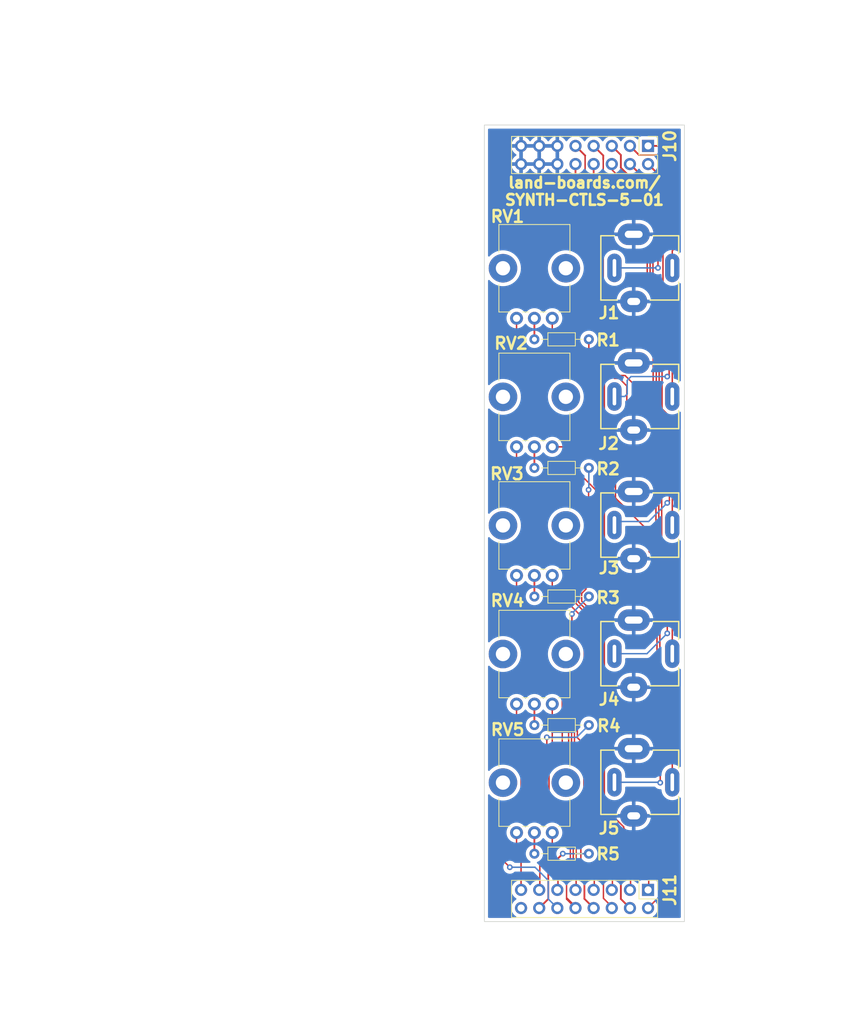
<source format=kicad_pcb>
(kicad_pcb (version 20211014) (generator pcbnew)
  (title_block (title "SYNTH-MIXER6-01") (date "2022-09-30") (rev "1") (company "LAND BOARDS, LLC"))
  (layers (0 "F.Cu" signal) (31 "B.Cu" signal) (34 "B.Paste" user) (35 "F.Paste" user) (36 "B.SilkS" user "B.Silkscreen") (37 "F.SilkS" user "F.Silkscreen") (38 "B.Mask" user) (39 "F.Mask" user) (44 "Edge.Cuts" user))
  (net 0 "")
  (net 1 "/VI_1")
  (net 2 "/VI_2")
  (net 3 "/VI_3")
  (net 4 "/VI_4")
  (net 5 "/VI_5")
  (net 6 "GND")
  (net 7 "/VI_1S")
  (net 8 "/VI_2S")
  (net 9 "/VI_3S")
  (net 10 "/VI_4S")
  (net 11 "/VI_5S")
  (net 13 "/POTCCW_1")
  (net 14 "/POTCW_1")
  (net 15 "/POTCCW_2")
  (net 16 "/POTCW_2")
  (net 17 "/POTW_2")
  (net 18 "/POTW_1")
  (net 19 "/POTCCW_3")
  (net 20 "/POTCW_3")
  (net 21 "/POTCCW_4")
  (net 22 "/POTCW_4")
  (net 23 "/POTCCW_5")
  (net 24 "/POTCW_5")
  (net 25 "/POTW_3")
  (net 26 "/POTW_4")
  (net 27 "/POTW_5")
  (net 28 "Net-(R1-Pad1)")
  (net 29 "Net-(R2-Pad1)")
  (net 30 "Net-(R3-Pad1)")
  (net 31 "Net-(R4-Pad1)")
  (net 32 "Net-(R5-Pad1)")
  (footprint "Potentiometer_THT:Potentiometer_Bourns_PTV09A-1_Single_Vertical" (layer "F.Cu") (at 108 89.55 90)
    (fp_text reference "RV4" (at 14.4676 -6.273 180) (layer "F.SilkS") (effects (font (size 1.651 1.651) (thickness 0.34925))))
    (fp_text value "10K")
    (fp_line (start 0.88 -7.47) (end 4.745 -7.47) (layer "F.SilkS") (width 0.12))
    (fp_line (start 0.88 0.87) (end 0.88 2.47) (layer "F.SilkS") (width 0.12))
    (fp_line (start 0.88 -4.129) (end 0.88 -3.37) (layer "F.SilkS") (width 0.12))
    (fp_line (start 9.255 2.47) (end 13.12 2.47) (layer "F.SilkS") (width 0.12))
    (fp_line (start 13.12 -7.47) (end 13.12 2.47) (layer "F.SilkS") (width 0.12))
    (fp_line (start 0.88 -7.47) (end 0.88 -5.871) (layer "F.SilkS") (width 0.12))
    (fp_line (start 0.88 -1.629) (end 0.88 -0.87) (layer "F.SilkS") (width 0.12))
    (fp_line (start 9.255 -7.47) (end 13.12 -7.47) (layer "F.SilkS") (width 0.12))
    (fp_line (start 0.88 2.47) (end 4.745 2.47) (layer "F.SilkS") (width 0.12))
    (pad "" np_thru_hole circle (at 7 1.9 90) (size 4 4) (drill 2) (layers *.Cu *.Mask))
    (pad "" np_thru_hole circle (at 7 -6.9 90) (size 4 4) (drill 2) (layers *.Cu *.Mask))
    (pad "1" thru_hole circle (at 0 0 90) (size 1.8 1.8) (drill 1) (layers *.Cu *.Mask) (net 22 "/POTCW_4"))
    (pad "2" thru_hole circle (at 0 -2.5 90) (size 1.8 1.8) (drill 1) (layers *.Cu *.Mask) (net 31 "Net-(R4-Pad1)"))
    (pad "3" thru_hole circle (at 0 -5 90) (size 1.8 1.8) (drill 1) (layers *.Cu *.Mask) (net 21 "/POTCCW_4"))
  )
  (footprint "Resistor_THT:R_Axial_DIN0204_L3.6mm_D1.6mm_P7.62mm_Horizontal" (layer "F.Cu") (at 105.5 92.5)
    (fp_text reference "R4" (at 10.4256 0.1084) (layer "F.SilkS") (effects (font (size 1.651 1.651) (thickness 0.34925))))
    (fp_text value "100K")
    (fp_line (start 5.73 -0.92) (end 1.89 -0.92) (layer "F.SilkS") (width 0.12))
    (fp_line (start 1.89 0.92) (end 5.73 0.92) (layer "F.SilkS") (width 0.12))
    (fp_line (start 5.73 0.92) (end 5.73 -0.92) (layer "F.SilkS") (width 0.12))
    (fp_line (start 1.89 -0.92) (end 1.89 0.92) (layer "F.SilkS") (width 0.12))
    (fp_line (start 0.94 0) (end 1.89 0) (layer "F.SilkS") (width 0.12))
    (fp_line (start 6.68 0) (end 5.73 0) (layer "F.SilkS") (width 0.12))
    (pad "1" thru_hole circle (at 0 0) (size 1.4 1.4) (drill 0.7) (layers *.Cu *.Mask) (net 31 "Net-(R4-Pad1)"))
    (pad "2" thru_hole oval (at 7.62 0) (size 1.4 1.4) (drill 0.7) (layers *.Cu *.Mask) (net 26 "/POTW_4"))
  )
  (footprint "Potentiometer_THT:Potentiometer_Bourns_PTV09A-1_Single_Vertical" (layer "F.Cu") (at 108 53.55 90)
    (fp_text reference "RV2" (at 14.4848 -5.765 180) (layer "F.SilkS") (effects (font (size 1.651 1.651) (thickness 0.34925))))
    (fp_text value "10K")
    (fp_line (start 0.88 0.87) (end 0.88 2.47) (layer "F.SilkS") (width 0.12))
    (fp_line (start 0.88 -1.629) (end 0.88 -0.87) (layer "F.SilkS") (width 0.12))
    (fp_line (start 9.255 2.47) (end 13.12 2.47) (layer "F.SilkS") (width 0.12))
    (fp_line (start 0.88 -7.47) (end 4.745 -7.47) (layer "F.SilkS") (width 0.12))
    (fp_line (start 13.12 -7.47) (end 13.12 2.47) (layer "F.SilkS") (width 0.12))
    (fp_line (start 0.88 -7.47) (end 0.88 -5.871) (layer "F.SilkS") (width 0.12))
    (fp_line (start 0.88 -4.129) (end 0.88 -3.37) (layer "F.SilkS") (width 0.12))
    (fp_line (start 9.255 -7.47) (end 13.12 -7.47) (layer "F.SilkS") (width 0.12))
    (fp_line (start 0.88 2.47) (end 4.745 2.47) (layer "F.SilkS") (width 0.12))
    (pad "" np_thru_hole circle (at 7 -6.9 90) (size 4 4) (drill 2) (layers *.Cu *.Mask))
    (pad "" np_thru_hole circle (at 7 1.9 90) (size 4 4) (drill 2) (layers *.Cu *.Mask))
    (pad "1" thru_hole circle (at 0 0 90) (size 1.8 1.8) (drill 1) (layers *.Cu *.Mask) (net 16 "/POTCW_2"))
    (pad "2" thru_hole circle (at 0 -2.5 90) (size 1.8 1.8) (drill 1) (layers *.Cu *.Mask) (net 29 "Net-(R2-Pad1)"))
    (pad "3" thru_hole circle (at 0 -5 90) (size 1.8 1.8) (drill 1) (layers *.Cu *.Mask) (net 15 "/POTCCW_2"))
  )
  (footprint "Potentiometer_THT:Potentiometer_Bourns_PTV09A-1_Single_Vertical" (layer "F.Cu") (at 108 107.55 90)
    (fp_text reference "RV5" (at 14.4082 -6.2476 180) (layer "F.SilkS") (effects (font (size 1.651 1.651) (thickness 0.34925))))
    (fp_text value "10K")
    (fp_line (start 0.88 -7.47) (end 4.745 -7.47) (layer "F.SilkS") (width 0.12))
    (fp_line (start 9.255 2.47) (end 13.12 2.47) (layer "F.SilkS") (width 0.12))
    (fp_line (start 9.255 -7.47) (end 13.12 -7.47) (layer "F.SilkS") (width 0.12))
    (fp_line (start 0.88 0.87) (end 0.88 2.47) (layer "F.SilkS") (width 0.12))
    (fp_line (start 13.12 -7.47) (end 13.12 2.47) (layer "F.SilkS") (width 0.12))
    (fp_line (start 0.88 -7.47) (end 0.88 -5.871) (layer "F.SilkS") (width 0.12))
    (fp_line (start 0.88 -4.129) (end 0.88 -3.37) (layer "F.SilkS") (width 0.12))
    (fp_line (start 0.88 2.47) (end 4.745 2.47) (layer "F.SilkS") (width 0.12))
    (fp_line (start 0.88 -1.629) (end 0.88 -0.87) (layer "F.SilkS") (width 0.12))
    (pad "" np_thru_hole circle (at 7 -6.9 90) (size 4 4) (drill 2) (layers *.Cu *.Mask))
    (pad "" np_thru_hole circle (at 7 1.9 90) (size 4 4) (drill 2) (layers *.Cu *.Mask))
    (pad "1" thru_hole circle (at 0 0 90) (size 1.8 1.8) (drill 1) (layers *.Cu *.Mask) (net 24 "/POTCW_5"))
    (pad "2" thru_hole circle (at 0 -2.5 90) (size 1.8 1.8) (drill 1) (layers *.Cu *.Mask) (net 32 "Net-(R5-Pad1)"))
    (pad "3" thru_hole circle (at 0 -5 90) (size 1.8 1.8) (drill 1) (layers *.Cu *.Mask) (net 23 "/POTCCW_5"))
  )
  (footprint "AudioJacks:Jack_3.5mm_QingPu_WQP-PJ301BM_Vertical" (layer "F.Cu") (at 120 82.5 -90)
    (fp_text reference "J4" (at 6.4 4.05 180) (layer "F.SilkS") (effects (font (size 1.651 1.651) (thickness 0.34925))))
    (fp_text value "PJ-301BM")
    (fp_line (start 4.5 -5.7) (end 2 -5.7) (layer "F.SilkS") (width 0.2))
    (fp_line (start -4.5 5.2) (end -4.5 3.3) (layer "F.SilkS") (width 0.2))
    (fp_line (start -4.5 -5.7) (end -2 -5.7) (layer "F.SilkS") (width 0.2))
    (fp_line (start 4.5 -5.7) (end 4.5 -1.7) (layer "F.SilkS") (width 0.2))
    (fp_line (start -4.5 -5.7) (end -4.5 -2.1) (layer "F.SilkS") (width 0.2))
    (fp_line (start 4.5 5.2) (end 4.5 2.9) (layer "F.SilkS") (width 0.2))
    (fp_line (start -4.5 5.2) (end 4.5 5.2) (layer "F.SilkS") (width 0.2))
    (pad "S" thru_hole oval locked (at -4.7 0.6) (size 4.5 3) (drill oval 2.5 1) (layers *.Cu *.Mask) (net 6 "GND"))
    (pad "S" thru_hole oval locked (at 4.7 0.6) (size 3.8 3) (drill oval 1.8 1) (layers *.Cu *.Mask) (net 6 "GND"))
    (pad "T" thru_hole oval locked (at 0 -4.8 270) (size 4 2) (drill oval 2.5 0.5) (layers *.Cu *.Mask) (net 4 "/VI_4"))
    (pad "TN" thru_hole oval locked (at 0 3.3 270) (size 4 2) (drill oval 2.5 0.5) (layers *.Cu *.Mask) (net 10 "/VI_4S"))
  )
  (footprint "AudioJacks:Jack_3.5mm_QingPu_WQP-PJ301BM_Vertical" (layer "F.Cu") (at 120 100.5 -90)
    (fp_text reference "J5" (at 6.434 4.05 180) (layer "F.SilkS") (effects (font (size 1.651 1.651) (thickness 0.34925))))
    (fp_text value "PJ-301BM")
    (fp_line (start -4.5 5.2) (end 4.5 5.2) (layer "F.SilkS") (width 0.2))
    (fp_line (start -4.5 -5.7) (end -4.5 -2.1) (layer "F.SilkS") (width 0.2))
    (fp_line (start 4.5 5.2) (end 4.5 2.9) (layer "F.SilkS") (width 0.2))
    (fp_line (start 4.5 -5.7) (end 2 -5.7) (layer "F.SilkS") (width 0.2))
    (fp_line (start 4.5 -5.7) (end 4.5 -1.7) (layer "F.SilkS") (width 0.2))
    (fp_line (start -4.5 5.2) (end -4.5 3.3) (layer "F.SilkS") (width 0.2))
    (fp_line (start -4.5 -5.7) (end -2 -5.7) (layer "F.SilkS") (width 0.2))
    (pad "S" thru_hole oval locked (at -4.7 0.6) (size 4.5 3) (drill oval 2.5 1) (layers *.Cu *.Mask) (net 6 "GND"))
    (pad "S" thru_hole oval locked (at 4.7 0.6) (size 3.8 3) (drill oval 1.8 1) (layers *.Cu *.Mask) (net 6 "GND"))
    (pad "T" thru_hole oval locked (at 0 -4.8 270) (size 4 2) (drill oval 2.5 0.5) (layers *.Cu *.Mask) (net 5 "/VI_5"))
    (pad "TN" thru_hole oval locked (at 0 3.3 270) (size 4 2) (drill oval 2.5 0.5) (layers *.Cu *.Mask) (net 11 "/VI_5S"))
  )
  (footprint "Resistor_THT:R_Axial_DIN0204_L3.6mm_D1.6mm_P7.62mm_Horizontal" (layer "F.Cu") (at 105.5 110.5)
    (fp_text reference "R5" (at 10.324 0.0408) (layer "F.SilkS") (effects (font (size 1.651 1.651) (thickness 0.34925))))
    (fp_text value "100K")
    (fp_line (start 5.73 0.92) (end 5.73 -0.92) (layer "F.SilkS") (width 0.12))
    (fp_line (start 5.73 -0.92) (end 1.89 -0.92) (layer "F.SilkS") (width 0.12))
    (fp_line (start 0.94 0) (end 1.89 0) (layer "F.SilkS") (width 0.12))
    (fp_line (start 1.89 -0.92) (end 1.89 0.92) (layer "F.SilkS") (width 0.12))
    (fp_line (start 6.68 0) (end 5.73 0) (layer "F.SilkS") (width 0.12))
    (fp_line (start 1.89 0.92) (end 5.73 0.92) (layer "F.SilkS") (width 0.12))
    (pad "1" thru_hole circle (at 0 0) (size 1.4 1.4) (drill 0.7) (layers *.Cu *.Mask) (net 32 "Net-(R5-Pad1)"))
    (pad "2" thru_hole oval (at 7.62 0) (size 1.4 1.4) (drill 0.7) (layers *.Cu *.Mask) (net 27 "/POTW_5"))
  )
  (footprint "AudioJacks:Jack_3.5mm_QingPu_WQP-PJ301BM_Vertical" (layer "F.Cu") (at 120 28.5 -90)
    (fp_text reference "J1" (at 6.298 4.05 180) (layer "F.SilkS") (effects (font (size 1.651 1.651) (thickness 0.34925))))
    (fp_text value "PJ-301BM")
    (fp_line (start 4.5 -5.7) (end 2 -5.7) (layer "F.SilkS") (width 0.2))
    (fp_line (start -4.5 -5.7) (end -2 -5.7) (layer "F.SilkS") (width 0.2))
    (fp_line (start -4.5 5.2) (end 4.5 5.2) (layer "F.SilkS") (width 0.2))
    (fp_line (start 4.5 5.2) (end 4.5 2.9) (layer "F.SilkS") (width 0.2))
    (fp_line (start 4.5 -5.7) (end 4.5 -1.7) (layer "F.SilkS") (width 0.2))
    (fp_line (start -4.5 5.2) (end -4.5 3.3) (layer "F.SilkS") (width 0.2))
    (fp_line (start -4.5 -5.7) (end -4.5 -2.1) (layer "F.SilkS") (width 0.2))
    (pad "S" thru_hole oval locked (at -4.7 0.6) (size 4.5 3) (drill oval 2.5 1) (layers *.Cu *.Mask) (net 6 "GND"))
    (pad "S" thru_hole oval locked (at 4.7 0.6) (size 3.8 3) (drill oval 1.8 1) (layers *.Cu *.Mask) (net 6 "GND"))
    (pad "T" thru_hole oval locked (at 0 -4.8 270) (size 4 2) (drill oval 2.5 0.5) (layers *.Cu *.Mask) (net 1 "/VI_1"))
    (pad "TN" thru_hole oval locked (at 0 3.3 270) (size 4 2) (drill oval 2.5 0.5) (layers *.Cu *.Mask) (net 7 "/VI_1S"))
  )
  (footprint "Connector_PinHeader_2.54mm:PinHeader_2x08_P2.54mm_Vertical" (layer "F.Cu") (at 121.412 11.425 -90)
    (fp_text reference "J10" (at 0.005 -3.048 -90) (layer "F.SilkS") (effects (font (size 1.651 1.651) (thickness 0.34925))))
    (fp_text value "HEADER, 2X8")
    (fp_line (start -1.33 1.27) (end -1.33 19.11) (layer "F.SilkS") (width 0.12))
    (fp_line (start -1.33 0) (end -1.33 -1.33) (layer "F.SilkS") (width 0.12))
    (fp_line (start -1.33 19.11) (end 3.87 19.11) (layer "F.SilkS") (width 0.12))
    (fp_line (start -1.33 1.27) (end 1.27 1.27) (layer "F.SilkS") (width 0.12))
    (fp_line (start 1.27 -1.33) (end 3.87 -1.33) (layer "F.SilkS") (width 0.12))
    (fp_line (start 1.27 1.27) (end 1.27 -1.33) (layer "F.SilkS") (width 0.12))
    (fp_line (start -1.33 -1.33) (end 0 -1.33) (layer "F.SilkS") (width 0.12))
    (fp_line (start 3.87 -1.33) (end 3.87 19.11) (layer "F.SilkS") (width 0.12))
    (pad "1" thru_hole rect (at 0 0 270) (size 1.7 1.7) (drill 1) (layers *.Cu *.Mask) (net 1 "/VI_1"))
    (pad "2" thru_hole oval (at 2.54 0 270) (size 1.7 1.7) (drill 1) (layers *.Cu *.Mask) (net 7 "/VI_1S"))
    (pad "3" thru_hole oval (at 0 2.54 270) (size 1.7 1.7) (drill 1) (layers *.Cu *.Mask) (net 2 "/VI_2"))
    (pad "4" thru_hole oval (at 2.54 2.54 270) (size 1.7 1.7) (drill 1) (layers *.Cu *.Mask) (net 8 "/VI_2S"))
    (pad "5" thru_hole oval (at 0 5.08 270) (size 1.7 1.7) (drill 1) (layers *.Cu *.Mask) (net 3 "/VI_3"))
    (pad "6" thru_hole oval (at 2.54 5.08 270) (size 1.7 1.7) (drill 1) (layers *.Cu *.Mask) (net 9 "/VI_3S"))
    (pad "7" thru_hole oval (at 0 7.62 270) (size 1.7 1.7) (drill 1) (layers *.Cu *.Mask) (net 4 "/VI_4"))
    (pad "8" thru_hole oval (at 2.54 7.62 270) (size 1.7 1.7) (drill 1) (layers *.Cu *.Mask) (net 10 "/VI_4S"))
    (pad "9" thru_hole oval (at 0 10.16 270) (size 1.7 1.7) (drill 1) (layers *.Cu *.Mask) (net 5 "/VI_5"))
    (pad "10" thru_hole oval (at 2.54 10.16 270) (size 1.7 1.7) (drill 1) (layers *.Cu *.Mask) (net 11 "/VI_5S"))
    (pad "11" thru_hole oval (at 0 12.7 270) (size 1.7 1.7) (drill 1) (layers *.Cu *.Mask) (net 6 "GND"))
    (pad "12" thru_hole oval (at 2.54 12.7 270) (size 1.7 1.7) (drill 1) (layers *.Cu *.Mask) (net 6 "GND"))
    (pad "13" thru_hole oval (at 0 15.24 270) (size 1.7 1.7) (drill 1) (layers *.Cu *.Mask) (net 6 "GND"))
    (pad "14" thru_hole oval (at 2.54 15.24 270) (size 1.7 1.7) (drill 1) (layers *.Cu *.Mask) (net 6 "GND"))
    (pad "15" thru_hole oval (at 0 17.78 270) (size 1.7 1.7) (drill 1) (layers *.Cu *.Mask) (net 6 "GND"))
    (pad "16" thru_hole oval (at 2.54 17.78 270) (size 1.7 1.7) (drill 1) (layers *.Cu *.Mask) (net 6 "GND"))
  )
  (footprint "Resistor_THT:R_Axial_DIN0204_L3.6mm_D1.6mm_P7.62mm_Horizontal" (layer "F.Cu") (at 105.5 74.5)
    (fp_text reference "R3" (at 10.324 0.176) (layer "F.SilkS") (effects (font (size 1.651 1.651) (thickness 0.34925))))
    (fp_text value "100K")
    (fp_line (start 1.89 -0.92) (end 1.89 0.92) (layer "F.SilkS") (width 0.12))
    (fp_line (start 1.89 0.92) (end 5.73 0.92) (layer "F.SilkS") (width 0.12))
    (fp_line (start 0.94 0) (end 1.89 0) (layer "F.SilkS") (width 0.12))
    (fp_line (start 5.73 0.92) (end 5.73 -0.92) (layer "F.SilkS") (width 0.12))
    (fp_line (start 5.73 -0.92) (end 1.89 -0.92) (layer "F.SilkS") (width 0.12))
    (fp_line (start 6.68 0) (end 5.73 0) (layer "F.SilkS") (width 0.12))
    (pad "1" thru_hole circle (at 0 0) (size 1.4 1.4) (drill 0.7) (layers *.Cu *.Mask) (net 30 "Net-(R3-Pad1)"))
    (pad "2" thru_hole oval (at 7.62 0) (size 1.4 1.4) (drill 0.7) (layers *.Cu *.Mask) (net 25 "/POTW_3"))
  )
  (footprint "Connector_PinHeader_2.54mm:PinHeader_2x08_P2.54mm_Vertical" (layer "F.Cu") (at 121.412 115.565 -90)
    (fp_text reference "J11" (at 0.005 -3.048 90) (layer "F.SilkS") (effects (font (size 1.651 1.651) (thickness 0.34925))))
    (fp_text value "HEADER, 2X8")
    (fp_line (start -1.33 1.27) (end -1.33 19.11) (layer "F.SilkS") (width 0.12))
    (fp_line (start 3.87 -1.33) (end 3.87 19.11) (layer "F.SilkS") (width 0.12))
    (fp_line (start -1.33 -1.33) (end 0 -1.33) (layer "F.SilkS") (width 0.12))
    (fp_line (start -1.33 19.11) (end 3.87 19.11) (layer "F.SilkS") (width 0.12))
    (fp_line (start -1.33 1.27) (end 1.27 1.27) (layer "F.SilkS") (width 0.12))
    (fp_line (start 1.27 -1.33) (end 3.87 -1.33) (layer "F.SilkS") (width 0.12))
    (fp_line (start 1.27 1.27) (end 1.27 -1.33) (layer "F.SilkS") (width 0.12))
    (fp_line (start -1.33 0) (end -1.33 -1.33) (layer "F.SilkS") (width 0.12))
    (pad "1" thru_hole rect (at 0 0 270) (size 1.7 1.7) (drill 1) (layers *.Cu *.Mask) (net 14 "/POTCW_1"))
    (pad "2" thru_hole oval (at 2.54 0 270) (size 1.7 1.7) (drill 1) (layers *.Cu *.Mask) (net 18 "/POTW_1"))
    (pad "3" thru_hole oval (at 0 2.54 270) (size 1.7 1.7) (drill 1) (layers *.Cu *.Mask) (net 13 "/POTCCW_1"))
    (pad "4" thru_hole oval (at 2.54 2.54 270) (size 1.7 1.7) (drill 1) (layers *.Cu *.Mask) (net 16 "/POTCW_2"))
    (pad "5" thru_hole oval (at 0 5.08 270) (size 1.7 1.7) (drill 1) (layers *.Cu *.Mask) (net 17 "/POTW_2"))
    (pad "6" thru_hole oval (at 2.54 5.08 270) (size 1.7 1.7) (drill 1) (layers *.Cu *.Mask) (net 15 "/POTCCW_2"))
    (pad "7" thru_hole oval (at 0 7.62 270) (size 1.7 1.7) (drill 1) (layers *.Cu *.Mask) (net 20 "/POTCW_3"))
    (pad "8" thru_hole oval (at 2.54 7.62 270) (size 1.7 1.7) (drill 1) (layers *.Cu *.Mask) (net 25 "/POTW_3"))
    (pad "9" thru_hole oval (at 0 10.16 270) (size 1.7 1.7) (drill 1) (layers *.Cu *.Mask) (net 19 "/POTCCW_3"))
    (pad "10" thru_hole oval (at 2.54 10.16 270) (size 1.7 1.7) (drill 1) (layers *.Cu *.Mask) (net 22 "/POTCW_4"))
    (pad "11" thru_hole oval (at 0 12.7 270) (size 1.7 1.7) (drill 1) (layers *.Cu *.Mask) (net 26 "/POTW_4"))
    (pad "12" thru_hole oval (at 2.54 12.7 270) (size 1.7 1.7) (drill 1) (layers *.Cu *.Mask) (net 21 "/POTCCW_4"))
    (pad "13" thru_hole oval (at 0 15.24 270) (size 1.7 1.7) (drill 1) (layers *.Cu *.Mask) (net 24 "/POTCW_5"))
    (pad "14" thru_hole oval (at 2.54 15.24 270) (size 1.7 1.7) (drill 1) (layers *.Cu *.Mask) (net 27 "/POTW_5"))
    (pad "15" thru_hole oval (at 0 17.78 270) (size 1.7 1.7) (drill 1) (layers *.Cu *.Mask) (net 23 "/POTCCW_5"))
    (pad "16" thru_hole oval (at 2.54 17.78 270) (size 1.7 1.7) (drill 1) (layers *.Cu *.Mask))
  )
  (footprint "AudioJacks:Jack_3.5mm_QingPu_WQP-PJ301BM_Vertical" (layer "F.Cu") (at 120 64.5 -90)
    (fp_text reference "J3" (at 6 4.05 180) (layer "F.SilkS") (effects (font (size 1.651 1.651) (thickness 0.34925))))
    (fp_text value "PJ-301BM")
    (fp_line (start -4.5 5.2) (end 4.5 5.2) (layer "F.SilkS") (width 0.2))
    (fp_line (start 4.5 5.2) (end 4.5 2.9) (layer "F.SilkS") (width 0.2))
    (fp_line (start -4.5 5.2) (end -4.5 3.3) (layer "F.SilkS") (width 0.2))
    (fp_line (start -4.5 -5.7) (end -2 -5.7) (layer "F.SilkS") (width 0.2))
    (fp_line (start -4.5 -5.7) (end -4.5 -2.1) (layer "F.SilkS") (width 0.2))
    (fp_line (start 4.5 -5.7) (end 4.5 -1.7) (layer "F.SilkS") (width 0.2))
    (fp_line (start 4.5 -5.7) (end 2 -5.7) (layer "F.SilkS") (width 0.2))
    (pad "S" thru_hole oval locked (at -4.7 0.6) (size 4.5 3) (drill oval 2.5 1) (layers *.Cu *.Mask) (net 6 "GND"))
    (pad "S" thru_hole oval locked (at 4.7 0.6) (size 3.8 3) (drill oval 1.8 1) (layers *.Cu *.Mask) (net 6 "GND"))
    (pad "T" thru_hole oval locked (at 0 -4.8 270) (size 4 2) (drill oval 2.5 0.5) (layers *.Cu *.Mask) (net 3 "/VI_3"))
    (pad "TN" thru_hole oval locked (at 0 3.3 270) (size 4 2) (drill oval 2.5 0.5) (layers *.Cu *.Mask) (net 9 "/VI_3S"))
  )
  (footprint "Potentiometer_THT:Potentiometer_Bourns_PTV09A-1_Single_Vertical" (layer "F.Cu") (at 108 35.55 90)
    (fp_text reference "RV1" (at 14.2394 -6.273 180) (layer "F.SilkS") (effects (font (size 1.651 1.651) (thickness 0.34925))))
    (fp_text value "10K")
    (fp_line (start 0.88 2.47) (end 4.745 2.47) (layer "F.SilkS") (width 0.12))
    (fp_line (start 9.255 -7.47) (end 13.12 -7.47) (layer "F.SilkS") (width 0.12))
    (fp_line (start 0.88 0.87) (end 0.88 2.47) (layer "F.SilkS") (width 0.12))
    (fp_line (start 0.88 -7.47) (end 4.745 -7.47) (layer "F.SilkS") (width 0.12))
    (fp_line (start 0.88 -4.129) (end 0.88 -3.37) (layer "F.SilkS") (width 0.12))
    (fp_line (start 9.255 2.47) (end 13.12 2.47) (layer "F.SilkS") (width 0.12))
    (fp_line (start 13.12 -7.47) (end 13.12 2.47) (layer "F.SilkS") (width 0.12))
    (fp_line (start 0.88 -7.47) (end 0.88 -5.871) (layer "F.SilkS") (width 0.12))
    (fp_line (start 0.88 -1.629) (end 0.88 -0.87) (layer "F.SilkS") (width 0.12))
    (pad "" np_thru_hole circle (at 7 1.9 90) (size 4 4) (drill 2) (layers *.Cu *.Mask))
    (pad "" np_thru_hole circle (at 7 -6.9 90) (size 4 4) (drill 2) (layers *.Cu *.Mask))
    (pad "1" thru_hole circle (at 0 0 90) (size 1.8 1.8) (drill 1) (layers *.Cu *.Mask) (net 14 "/POTCW_1"))
    (pad "2" thru_hole circle (at 0 -2.5 90) (size 1.8 1.8) (drill 1) (layers *.Cu *.Mask) (net 28 "Net-(R1-Pad1)"))
    (pad "3" thru_hole circle (at 0 -5 90) (size 1.8 1.8) (drill 1) (layers *.Cu *.Mask) (net 13 "/POTCCW_1"))
  )
  (footprint "Resistor_THT:R_Axial_DIN0204_L3.6mm_D1.6mm_P7.62mm_Horizontal" (layer "F.Cu") (at 105.5 38.5)
    (fp_text reference "R1" (at 10.324 0.108) (layer "F.SilkS") (effects (font (size 1.651 1.651) (thickness 0.34925))))
    (fp_text value "100K")
    (fp_line (start 0.94 0) (end 1.89 0) (layer "F.SilkS") (width 0.12))
    (fp_line (start 6.68 0) (end 5.73 0) (layer "F.SilkS") (width 0.12))
    (fp_line (start 1.89 -0.92) (end 1.89 0.92) (layer "F.SilkS") (width 0.12))
    (fp_line (start 1.89 0.92) (end 5.73 0.92) (layer "F.SilkS") (width 0.12))
    (fp_line (start 5.73 -0.92) (end 1.89 -0.92) (layer "F.SilkS") (width 0.12))
    (fp_line (start 5.73 0.92) (end 5.73 -0.92) (layer "F.SilkS") (width 0.12))
    (pad "1" thru_hole circle (at 0 0) (size 1.4 1.4) (drill 0.7) (layers *.Cu *.Mask) (net 28 "Net-(R1-Pad1)"))
    (pad "2" thru_hole oval (at 7.62 0) (size 1.4 1.4) (drill 0.7) (layers *.Cu *.Mask) (net 18 "/POTW_1"))
  )
  (footprint "Potentiometer_THT:Potentiometer_Bourns_PTV09A-1_Single_Vertical" (layer "F.Cu") (at 108 71.55 90)
    (fp_text reference "RV3" (at 14.2222 -6.3492 180) (layer "F.SilkS") (effects (font (size 1.651 1.651) (thickness 0.34925))))
    (fp_text value "10K")
    (fp_line (start 0.88 -4.129) (end 0.88 -3.37) (layer "F.SilkS") (width 0.12))
    (fp_line (start 9.255 -7.47) (end 13.12 -7.47) (layer "F.SilkS") (width 0.12))
    (fp_line (start 13.12 -7.47) (end 13.12 2.47) (layer "F.SilkS") (width 0.12))
    (fp_line (start 9.255 2.47) (end 13.12 2.47) (layer "F.SilkS") (width 0.12))
    (fp_line (start 0.88 -1.629) (end 0.88 -0.87) (layer "F.SilkS") (width 0.12))
    (fp_line (start 0.88 -7.47) (end 0.88 -5.871) (layer "F.SilkS") (width 0.12))
    (fp_line (start 0.88 0.87) (end 0.88 2.47) (layer "F.SilkS") (width 0.12))
    (fp_line (start 0.88 -7.47) (end 4.745 -7.47) (layer "F.SilkS") (width 0.12))
    (fp_line (start 0.88 2.47) (end 4.745 2.47) (layer "F.SilkS") (width 0.12))
    (pad "" np_thru_hole circle (at 7 1.9 90) (size 4 4) (drill 2) (layers *.Cu *.Mask))
    (pad "" np_thru_hole circle (at 7 -6.9 90) (size 4 4) (drill 2) (layers *.Cu *.Mask))
    (pad "1" thru_hole circle (at 0 0 90) (size 1.8 1.8) (drill 1) (layers *.Cu *.Mask) (net 20 "/POTCW_3"))
    (pad "2" thru_hole circle (at 0 -2.5 90) (size 1.8 1.8) (drill 1) (layers *.Cu *.Mask) (net 30 "Net-(R3-Pad1)"))
    (pad "3" thru_hole circle (at 0 -5 90) (size 1.8 1.8) (drill 1) (layers *.Cu *.Mask) (net 19 "/POTCCW_3"))
  )
  (footprint "Resistor_THT:R_Axial_DIN0204_L3.6mm_D1.6mm_P7.62mm_Horizontal" (layer "F.Cu") (at 105.5 56.5)
    (fp_text reference "R2" (at 10.324 0.142) (layer "F.SilkS") (effects (font (size 1.651 1.651) (thickness 0.34925))))
    (fp_text value "100K")
    (fp_line (start 0.94 0) (end 1.89 0) (layer "F.SilkS") (width 0.12))
    (fp_line (start 6.68 0) (end 5.73 0) (layer "F.SilkS") (width 0.12))
    (fp_line (start 5.73 0.92) (end 5.73 -0.92) (layer "F.SilkS") (width 0.12))
    (fp_line (start 1.89 0.92) (end 5.73 0.92) (layer "F.SilkS") (width 0.12))
    (fp_line (start 1.89 -0.92) (end 1.89 0.92) (layer "F.SilkS") (width 0.12))
    (fp_line (start 5.73 -0.92) (end 1.89 -0.92) (layer "F.SilkS") (width 0.12))
    (pad "1" thru_hole circle (at 0 0) (size 1.4 1.4) (drill 0.7) (layers *.Cu *.Mask) (net 29 "Net-(R2-Pad1)"))
    (pad "2" thru_hole oval (at 7.62 0) (size 1.4 1.4) (drill 0.7) (layers *.Cu *.Mask) (net 17 "/POTW_2"))
  )
  (footprint "AudioJacks:Jack_3.5mm_QingPu_WQP-PJ301BM_Vertical" (layer "F.Cu") (at 120 46.5 -90)
    (fp_text reference "J2" (at 6.586 4.1 180) (layer "F.SilkS") (effects (font (size 1.651 1.651) (thickness 0.34925))))
    (fp_text value "PJ-301BM")
    (fp_line (start 4.5 -5.7) (end 4.5 -1.7) (layer "F.SilkS") (width 0.2))
    (fp_line (start 4.5 -5.7) (end 2 -5.7) (layer "F.SilkS") (width 0.2))
    (fp_line (start -4.5 -5.7) (end -4.5 -2.1) (layer "F.SilkS") (width 0.2))
    (fp_line (start -4.5 -5.7) (end -2 -5.7) (layer "F.SilkS") (width 0.2))
    (fp_line (start -4.5 5.2) (end 4.5 5.2) (layer "F.SilkS") (width 0.2))
    (fp_line (start -4.5 5.2) (end -4.5 3.3) (layer "F.SilkS") (width 0.2))
    (fp_line (start 4.5 5.2) (end 4.5 2.9) (layer "F.SilkS") (width 0.2))
    (pad "S" thru_hole oval locked (at 4.7 0.6) (size 3.8 3) (drill oval 1.8 1) (layers *.Cu *.Mask) (net 6 "GND"))
    (pad "S" thru_hole oval locked (at -4.7 0.6) (size 4.5 3) (drill oval 2.5 1) (layers *.Cu *.Mask) (net 6 "GND"))
    (pad "T" thru_hole oval locked (at 0 -4.8 270) (size 4 2) (drill oval 2.5 0.5) (layers *.Cu *.Mask) (net 2 "/VI_2"))
    (pad "TN" thru_hole oval locked (at 0 3.3 270) (size 4 2) (drill oval 2.5 0.5) (layers *.Cu *.Mask) (net 8 "/VI_2S"))
  )
  (gr_rect (start 98.5 8.500004) (end 126.5 120.000004) (layer "Edge.Cuts") (width 0.1) (fill none))
  (gr_text "land-boards.com/\nSYNTH-CTLS-5-01" (at 112.5 17.78) (layer "F.SilkS") (effects (font (size 1.5 1.5) (thickness 0.375))))
  (segment (start 124.8 26.1014) (end 125.2007 25.7007) (width 0.2032) (layer "F.Cu") (net 1))
  (segment (start 124.8 28.5) (end 124.8 26.1014) (width 0.2032) (layer "F.Cu") (net 1))
  (segment (start 121.412 11.425) (end 123.675 11.425) (width 0.25) (layer "F.Cu") (net 1))
  (segment (start 123.675 11.425) (end 125.2007 12.9507) (width 0.25) (layer "F.Cu") (net 1))
  (segment (start 125.2007 25.7007) (end 125.2007 12.9507) (width 0.2032) (layer "F.Cu") (net 1))
  (segment (start 123.49888 26.48812) (end 124.5 25.487) (width 0.2032) (layer "F.Cu") (net 2))
  (segment (start 123.49888 30.76348) (end 123.49888 26.48812) (width 0.2032) (layer "F.Cu") (net 2))
  (segment (start 120.147 12.7) (end 123.19 12.7) (width 0.25) (layer "F.Cu") (net 2))
  (segment (start 124.5 25.487) (end 124.5 14.01) (width 0.2032) (layer "F.Cu") (net 2))
  (segment (start 124.8 46.5) (end 124.8 32.0646) (width 0.2032) (layer "F.Cu") (net 2))
  (segment (start 123.19 12.7) (end 124.5 14.01) (width 0.25) (layer "F.Cu") (net 2))
  (segment (start 124.8 32.0646) (end 123.49888 30.76348) (width 0.2032) (layer "F.Cu") (net 2))
  (segment (start 118.872 11.425) (end 120.147 12.7) (width 0.25) (layer "F.Cu") (net 2))
  (segment (start 117.602 12.695) (end 117.602 14.478) (width 0.25) (layer "F.Cu") (net 3))
  (segment (start 124.8 64) (end 124.8 49.6668) (width 0.2032) (layer "F.Cu") (net 3))
  (segment (start 116.332 11.425) (end 117.602 12.695) (width 0.25) (layer "F.Cu") (net 3))
  (segment (start 121.693949 30.250269) (end 121.693949 26.402719) (width 0.2032) (layer "F.Cu") (net 3))
  (segment (start 124.8 49.6668) (end 123.3678 48.2346) (width 0.2032) (layer "F.Cu") (net 3))
  (segment (start 117.602 14.478) (end 123 19.876) (width 0.25) (layer "F.Cu") (net 3))
  (segment (start 123 25.096668) (end 123 19.876) (width 0.2032) (layer "F.Cu") (net 3))
  (segment (start 121.693949 26.402719) (end 123 25.096668) (width 0.2032) (layer "F.Cu") (net 3))
  (segment (start 123.3678 48.2346) (end 123.3678 31.92412) (width 0.2032) (layer "F.Cu") (net 3))
  (segment (start 123.3678 31.92412) (end 121.693949 30.250269) (width 0.2032) (layer "F.Cu") (net 3))
  (segment (start 115.1382 13.2842) (end 115.1382 33.6382) (width 0.2032) (layer "F.Cu") (net 4))
  (segment (start 120.80868 37.44132) (end 122.55868 39.19132) (width 0.2032) (layer "F.Cu") (net 4))
  (segment (start 113.792 11.425) (end 115.1382 12.7712) (width 0.25) (layer "F.Cu") (net 4))
  (segment (start 123.317 67.138) (end 124.8 68.621) (width 0.2032) (layer "F.Cu") (net 4))
  (segment (start 118.94132 37.44132) (end 120.80868 37.44132) (width 0.2032) (layer "F.Cu") (net 4))
  (segment (start 115.1382 33.6382) (end 118.94132 37.44132) (width 0.2032) (layer "F.Cu") (net 4))
  (segment (start 115.1382 12.7712) (end 115.1382 13.2842) (width 0.25) (layer "F.Cu") (net 4))
  (segment (start 122.55868 49.86388) (end 123.317 50.6222) (width 0.2032) (layer "F.Cu") (net 4))
  (segment (start 124.8 68.621) (end 124.8 82.5) (width 0.2032) (layer "F.Cu") (net 4))
  (segment (start 122.55868 39.19132) (end 122.55868 49.86388) (width 0.2032) (layer "F.Cu") (net 4))
  (segment (start 123.317 50.6222) (end 123.317 67.138) (width 0.2032) (layer "F.Cu") (net 4))
  (segment (start 115.5 36.5) (end 115.5 41.75) (width 0.2032) (layer "F.Cu") (net 5))
  (segment (start 113.5 34.5) (end 115.5 36.5) (width 0.2032) (layer "F.Cu") (net 5))
  (segment (start 115.5 41.75) (end 117.311 43.561) (width 0.2032) (layer "F.Cu") (net 5))
  (segment (start 112.5982 12.7762) (end 112.5982 23.3482) (width 0.2032) (layer "F.Cu") (net 5))
  (segment (start 117.311 43.561) (end 118.1862 43.561) (width 0.2032) (layer "F.Cu") (net 5))
  (segment (start 121.619136 50.0634) (end 122.51156 50.955824) (width 0.2032) (layer "F.Cu") (net 5))
  (segment (start 112.5982 23.3482) (end 113.5 24.25) (width 0.2032) (layer "F.Cu") (net 5))
  (segment (start 121.619136 46.993936) (end 121.619136 50.0634) (width 0.2032) (layer "F.Cu") (net 5))
  (segment (start 118.1862 43.561) (end 121.619136 46.993936) (width 0.2032) (layer "F.Cu") (net 5))
  (segment (start 123.063 84.3592) (end 124.8 86.0962) (width 0.2032) (layer "F.Cu") (net 5))
  (segment (start 123.063 68.961) (end 123.063 84.3592) (width 0.2032) (layer "F.Cu") (net 5))
  (segment (start 124.8 86.0962) (end 124.8 100.5) (width 0.2032) (layer "F.Cu") (net 5))
  (segment (start 113.5 24.25) (end 113.5 34.5) (width 0.2032) (layer "F.Cu") (net 5))
  (segment (start 112.5982 12.7712) (end 112.5982 12.7762) (width 0.25) (layer "F.Cu") (net 5))
  (segment (start 122.51156 68.40956) (end 123.063 68.961) (width 0.2032) (layer "F.Cu") (net 5))
  (segment (start 111.252 11.425) (end 112.5982 12.7712) (width 0.25) (layer "F.Cu") (net 5))
  (segment (start 122.51156 50.955824) (end 122.51156 68.40956) (width 0.2032) (layer "F.Cu") (net 5))
  (segment (start 122.79778 26.619688) (end 124 25.417468) (width 0.2032) (layer "F.Cu") (net 7))
  (segment (start 121.412 13.965) (end 124 16.553) (width 0.25) (layer "F.Cu") (net 7))
  (segment (start 122.79778 28.4988) (end 122.79778 26.619688) (width 0.2032) (layer "F.Cu") (net 7))
  (segment (start 124 25.417468) (end 124 17.066) (width 0.2032) (layer "F.Cu") (net 7))
  (segment (start 124 16.553) (end 124 17.066) (width 0.25) (layer "F.Cu") (net 7))
  (via (at 122.79778 28.4988) (size 0.8) (drill 0.4) (layers "F.Cu" "B.Cu") (net 7))
  (segment (start 122.79658 28.5) (end 122.79778 28.4988) (width 0.2032) (layer "B.Cu") (net 7))
  (segment (start 116.7 28.5) (end 122.79658 28.5) (width 0.2032) (layer "B.Cu") (net 7))
  (segment (start 124.0989 43.7134) (end 124.3584 43.4539) (width 0.2032) (layer "F.Cu") (net 8))
  (segment (start 124.3584 32.2072) (end 122.096669 29.945469) (width 0.2032) (layer "F.Cu") (net 8))
  (segment (start 124.3584 43.4539) (end 124.3584 32.2072) (width 0.2032) (layer "F.Cu") (net 8))
  (segment (start 123.5 18.593) (end 123.5 19.248) (width 0.25) (layer "F.Cu") (net 8))
  (segment (start 118.872 13.965) (end 123.5 18.593) (width 0.25) (layer "F.Cu") (net 8))
  (segment (start 122.096669 26.569531) (end 123.5 25.1662) (width 0.2032) (layer "F.Cu") (net 8))
  (segment (start 122.096669 29.945469) (end 122.096669 26.569531) (width 0.2032) (layer "F.Cu") (net 8))
  (segment (start 123.5 25.1662) (end 123.5 19.248) (width 0.2032) (layer "F.Cu") (net 8))
  (via (at 124.0989 43.7134) (size 0.8) (drill 0.4) (layers "F.Cu" "B.Cu") (net 8))
  (segment (start 116.7 46.5) (end 118.1428 46.5) (width 0.2032) (layer "B.Cu") (net 8))
  (segment (start 118.1428 46.5) (end 118.491 46.1518) (width 0.2032) (layer "B.Cu") (net 8))
  (segment (start 124.0989 43.7134) (end 119.0244 43.7134) (width 0.2032) (layer "B.Cu") (net 8))
  (segment (start 118.491 46.1518) (end 118.491 44.2468) (width 0.2032) (layer "B.Cu") (net 8))
  (segment (start 118.491 44.2468) (end 119.0244 43.7134) (width 0.2032) (layer "B.Cu") (net 8))
  (segment (start 124.39728 61.09342) (end 124.39728 49.833612) (width 0.2032) (layer "F.Cu") (net 9))
  (segment (start 122.9614 32.087252) (end 121.291229 30.417081) (width 0.2032) (layer "F.Cu") (net 9))
  (segment (start 121.291229 30.417081) (end 121.291229 25.958771) (width 0.2032) (layer "F.Cu") (net 9))
  (segment (start 121.291229 25.958771) (end 122.5 24.75) (width 0.2032) (layer "F.Cu") (net 9))
  (segment (start 124.0989 61.3918) (end 124.39728 61.09342) (width 0.2032) (layer "F.Cu") (net 9))
  (segment (start 122.5 24.75) (end 122.5 20.91) (width 0.2032) (layer "F.Cu") (net 9))
  (segment (start 122.5 20.91) (end 116.42 14.83) (width 0.2032) (layer "F.Cu") (net 9))
  (segment (start 122.9614 48.397732) (end 122.9614 32.087252) (width 0.2032) (layer "F.Cu") (net 9))
  (segment (start 124.39728 49.833612) (end 122.9614 48.397732) (width 0.2032) (layer "F.Cu") (net 9))
  (via (at 124.0989 61.3918) (size 0.8) (drill 0.4) (layers "F.Cu" "B.Cu") (net 9))
  (segment (start 116.7 64) (end 121.4907 64) (width 0.2032) (layer "B.Cu") (net 9))
  (segment (start 121.4907 64) (end 124.0989 61.3918) (width 0.2032) (layer "B.Cu") (net 9))
  (segment (start 113.792 13.965) (end 113.792 22.292) (width 0.25) (layer "F.Cu") (net 10))
  (segment (start 121 38.5) (end 122.1232 39.6232) (width 0.2032) (layer "F.Cu") (net 10))
  (segment (start 122.1232 49.997932) (end 122.91428 50.789012) (width 0.2032) (layer "F.Cu") (net 10))
  (segment (start 113.792 22.292) (end 114.25 22.75) (width 0.25) (layer "F.Cu") (net 10))
  (segment (start 113.88 22.38) (end 114.25 22.75) (width 0.2032) (layer "F.Cu") (net 10))
  (segment (start 122.1232 39.6232) (end 122.1232 49.997932) (width 0.2032) (layer "F.Cu") (net 10))
  (segment (start 114.25 34) (end 118.75 38.5) (width 0.2032) (layer "F.Cu") (net 10))
  (segment (start 118.75 38.5) (end 121 38.5) (width 0.2032) (layer "F.Cu") (net 10))
  (segment (start 124.0989 68.9411) (end 124.0989 79.6544) (width 0.2032) (layer "F.Cu") (net 10))
  (segment (start 122.91428 67.75648) (end 124.0989 68.9411) (width 0.2032) (layer "F.Cu") (net 10))
  (segment (start 114.25 22.75) (end 114.25 34) (width 0.2032) (layer "F.Cu") (net 10))
  (segment (start 122.91428 50.789012) (end 122.91428 67.75648) (width 0.2032) (layer "F.Cu") (net 10))
  (via (at 124.0989 79.6544) (size 0.8) (drill 0.4) (layers "F.Cu" "B.Cu") (net 10))
  (segment (start 121.2533 82.5) (end 124.0989 79.6544) (width 0.2032) (layer "B.Cu") (net 10))
  (segment (start 116.7 82.5) (end 121.2533 82.5) (width 0.2032) (layer "B.Cu") (net 10))
  (segment (start 116.84888 50.41012) (end 116.84888 60.71488) (width 0.2032) (layer "F.Cu") (net 11))
  (segment (start 123.1138 85.5218) (end 123.1138 100.5586) (width 0.2032) (layer "F.Cu") (net 11))
  (segment (start 112.8014 24.892) (end 112.8014 35.0012) (width 0.2032) (layer "F.Cu") (net 11))
  (segment (start 111.252 13.965) (end 111.252 23.3426) (width 0.25) (layer "F.Cu") (net 11))
  (segment (start 114.8588 37.0586) (end 114.8588 42.1088) (width 0.2032) (layer "F.Cu") (net 11))
  (segment (start 118.434834 45.028834) (end 118.434834 48.824166) (width 0.2032) (layer "F.Cu") (net 11))
  (segment (start 118.434834 48.824166) (end 116.84888 50.41012) (width 0.2032) (layer "F.Cu") (net 11))
  (segment (start 116.84888 60.71488) (end 121.5644 65.4304) (width 0.2032) (layer "F.Cu") (net 11))
  (segment (start 111.34 23.4306) (end 112.8014 24.892) (width 0.2032) (layer "F.Cu") (net 11))
  (segment (start 121.5644 65.4304) (end 121.5644 68.2244) (width 0.2032) (layer "F.Cu") (net 11))
  (segment (start 111.252 23.3426) (end 112.8014 24.892) (width 0.25) (layer "F.Cu") (net 11))
  (segment (start 122.66028 85.06828) (end 123.1138 85.5218) (width 0.2032) (layer "F.Cu") (net 11))
  (segment (start 122.66028 69.32028) (end 122.66028 85.06828) (width 0.2032) (layer "F.Cu") (net 11))
  (segment (start 114.8588 42.1088) (end 116.71372 43.96372) (width 0.2032) (layer "F.Cu") (net 11))
  (segment (start 116.71372 43.96372) (end 117.36972 43.96372) (width 0.2032) (layer "F.Cu") (net 11))
  (segment (start 112.8014 35.0012) (end 114.8588 37.0586) (width 0.2032) (layer "F.Cu") (net 11))
  (segment (start 121.5644 68.2244) (end 122.66028 69.32028) (width 0.2032) (layer "F.Cu") (net 11))
  (segment (start 117.36972 43.96372) (end 118.434834 45.028834) (width 0.2032) (layer "F.Cu") (net 11))
  (via (at 123.1138 100.5586) (size 0.8) (drill 0.4) (layers "F.Cu" "B.Cu") (net 11))
  (segment (start 123.0552 100.5) (end 123.1138 100.5586) (width 0.2032) (layer "B.Cu") (net 11))
  (segment (start 116.7 100.5) (end 123.0552 100.5) (width 0.2032) (layer "B.Cu") (net 11))
  (segment (start 115.25 93.75) (end 114.48516 94.51484) (width 0.2032) (layer "F.Cu") (net 13))
  (segment (start 113.25 45.5) (end 113.25 53.75) (width 0.2032) (layer "F.Cu") (net 13))
  (segment (start 114.48516 87.76484) (end 114.5 87.77968) (width 0.2032) (layer "F.Cu") (net 13))
  (segment (start 114.48516 89.73516) (end 115.25 90.5) (width 0.2032) (layer "F.Cu") (net 13))
  (segment (start 108.2884 40.5384) (end 113.25 45.5) (width 0.2032) (layer "F.Cu") (net 13))
  (segment (start 114.5 87.77968) (end 114.48516 87.79452) (width 0.2032) (layer "F.Cu") (net 13))
  (segment (start 115.25 90.5) (end 115.25 93.75) (width 0.2032) (layer "F.Cu") (net 13))
  (segment (start 114.48516 105.31516) (end 118.96 109.79) (width 0.2032) (layer "F.Cu") (net 13))
  (segment (start 114.48516 94.51484) (end 114.48516 105.31516) (width 0.2032) (layer "F.Cu") (net 13))
  (segment (start 113.25 53.75) (end 114.48516 54.98516) (width 0.2032) (layer "F.Cu") (net 13))
  (segment (start 114.48516 54.98516) (end 114.48516 87.76484) (width 0.2032) (layer "F.Cu") (net 13))
  (segment (start 105.283 40.5384) (end 108.2884 40.5384) (width 0.2032) (layer "F.Cu") (net 13))
  (segment (start 114.48516 87.79452) (end 114.48516 89.73516) (width 0.2032) (layer "F.Cu") (net 13))
  (segment (start 103 38.2554) (end 105.283 40.5384) (width 0.2032) (layer "F.Cu") (net 13))
  (segment (start 118.96 109.79) (end 118.96 115.46) (width 0.2032) (layer "F.Cu") (net 13))
  (segment (start 103 35.55) (end 103 38.2554) (width 0.2032) (layer "F.Cu") (net 13))
  (segment (start 121.5 111.25) (end 121.5 115.46) (width 0.2032) (layer "F.Cu") (net 14))
  (segment (start 114.218434 53.192674) (end 114.88788 53.86212) (width 0.2032) (layer "F.Cu") (net 14))
  (segment (start 114.88788 87.38788) (end 114.90272 87.40272) (width 0.2032) (layer "F.Cu") (net 14))
  (segment (start 114.218434 44.531566) (end 114.218434 53.192674) (width 0.2032) (layer "F.Cu") (net 14))
  (segment (start 115.75 90.25) (end 115.75 94.180468) (width 0.2032) (layer "F.Cu") (net 14))
  (segment (start 114.90272 89.40272) (end 115.75 90.25) (width 0.2032) (layer "F.Cu") (net 14))
  (segment (start 114.031566 44.531566) (end 114.218434 44.531566) (width 0.2032) (layer "F.Cu") (net 14))
  (segment (start 114.88788 53.86212) (end 114.88788 87.38788) (width 0.2032) (layer "F.Cu") (net 14))
  (segment (start 114.88788 95.042588) (end 114.88788 104.63788) (width 0.2032) (layer "F.Cu") (net 14))
  (segment (start 114.90272 87.40272) (end 114.90272 89.40272) (width 0.2032) (layer "F.Cu") (net 14))
  (segment (start 108 38.5) (end 114.031566 44.531566) (width 0.2032) (layer "F.Cu") (net 14))
  (segment (start 115.75 94.180468) (end 114.88788 95.042588) (width 0.2032) (layer "F.Cu") (net 14))
  (segment (start 114.88788 104.63788) (end 121.5 111.25) (width 0.2032) (layer "F.Cu") (net 14))
  (segment (start 108 35.55) (end 108 38.5) (width 0.2032) (layer "F.Cu") (net 14))
  (segment (start 113.2332 97.2332) (end 113.2332 106.656) (width 0.2032) (layer "F.Cu") (net 15))
  (segment (start 111.10696 87.64304) (end 111.10696 95.10696) (width 0.2032) (layer "F.Cu") (net 15))
  (segment (start 115.1636 108.5864) (end 115.1636 116.7436) (width 0.2032) (layer "F.Cu") (net 15))
  (segment (start 103 53.55) (end 103 61.75) (width 0.2032) (layer "F.Cu") (net 15))
  (segment (start 111.28108 75.437744) (end 113.277 77.433664) (width 0.2032) (layer "F.Cu") (net 15))
  (segment (start 113.2332 106.656) (end 115.1636 108.5864) (width 0.2032) (layer "F.Cu") (net 15))
  (segment (start 111.28108 70.03108) (end 111.28108 75.437744) (width 0.2032) (layer "F.Cu") (net 15))
  (segment (start 103 61.75) (end 111.28108 70.03108) (width 0.2032) (layer "F.Cu") (net 15))
  (segment (start 113.277 77.433664) (end 113.277 85.473) (width 0.2032) (layer "F.Cu") (net 15))
  (segment (start 111.10696 95.10696) (end 113.2332 97.2332) (width 0.2032) (layer "F.Cu") (net 15))
  (segment (start 115.1636 116.7436) (end 116.42 118) (width 0.2032) (layer "F.Cu") (net 15))
  (segment (start 113.277 85.473) (end 111.10696 87.64304) (width 0.2032) (layer "F.Cu") (net 15))
  (segment (start 112.1156 74.0664) (end 112.716 73.466) (width 0.2032) (layer "F.Cu") (net 16))
  (segment (start 118.872 118.105) (end 117.602 116.835) (width 0.25) (layer "F.Cu") (net 16))
  (segment (start 112.1156 75.1332) (end 112.1156 74.0664) (width 0.2032) (layer "F.Cu") (net 16))
  (segment (start 114.08244 90.08244) (end 114.08244 77.10004) (width 0.2032) (layer "F.Cu") (net 16))
  (segment (start 114.75 90.75) (end 114.08244 90.08244) (width 0.2032) (layer "F.Cu") (net 16))
  (segment (start 117.602 109.394) (end 117.388 109.18) (width 0.25) (layer "F.Cu") (net 16))
  (segment (start 114.08244 77.10004) (end 112.1156 75.1332) (width 0.2032) (layer "F.Cu") (net 16))
  (segment (start 117.602 116.835) (end 117.602 109.394) (width 0.25) (layer "F.Cu") (net 16))
  (segment (start 111.3536 56.8452) (end 111.3536 54.483) (width 0.2032) (layer "F.Cu") (net 16))
  (segment (start 114.08244 94.16756) (end 114.75 93.5) (width 0.2032) (layer "F.Cu") (net 16))
  (segment (start 112.716 73.466) (end 112.716 67.284) (width 0.2032) (layer "F.Cu") (net 16))
  (segment (start 112.716 67.284) (end 114.08244 65.91756) (width 0.2032) (layer "F.Cu") (net 16))
  (segment (start 114.08244 105.87444) (end 114.08244 94.16756) (width 0.2032) (layer "F.Cu") (net 16))
  (segment (start 111.3536 54.483) (end 110.4206 53.55) (width 0.2032) (layer "F.Cu") (net 16))
  (segment (start 110.4206 53.55) (end 108 53.55) (width 0.2032) (layer "F.Cu") (net 16))
  (segment (start 114.08244 65.91756) (end 114.08244 59.57404) (width 0.2032) (layer "F.Cu") (net 16))
  (segment (start 117.388 109.18) (end 114.08244 105.87444) (width 0.2032) (layer "F.Cu") (net 16))
  (segment (start 114.08244 59.57404) (end 111.3536 56.8452) (width 0.2032) (layer "F.Cu") (net 16))
  (segment (start 114.75 93.5) (end 114.75 90.75) (width 0.2032) (layer "F.Cu") (net 16))
  (segment (start 113.64328 96.39328) (end 111.50968 94.25968) (width 0.2032) (layer "F.Cu") (net 17))
  (segment (start 112.056234 73.556234) (end 112.056234 66.443766) (width 0.2032) (layer "F.Cu") (net 17))
  (segment (start 113.64328 106.05328) (end 113.64328 96.39328) (width 0.2032) (layer "F.Cu") (net 17))
  (segment (start 113.67972 77.266852) (end 111.6838 75.270932) (width 0.2032) (layer "F.Cu") (net 17))
  (segment (start 116.42 115.46) (end 116.42 108.83) (width 0.2032) (layer "F.Cu") (net 17))
  (segment (start 111.6838 75.270932) (end 111.6838 73.928668) (width 0.2032) (layer "F.Cu") (net 17))
  (segment (start 116.42 108.83) (end 113.64328 106.05328) (width 0.2032) (layer "F.Cu") (net 17))
  (segment (start 111.6838 73.928668) (end 112.056234 73.556234) (width 0.2032) (layer "F.Cu") (net 17))
  (segment (start 113.67972 86.07028) (end 113.67972 77.266852) (width 0.2032) (layer "F.Cu") (net 17))
  (segment (start 113.080347 65.419653) (end 113.080347 59.563453) (width 0.2032) (layer "F.Cu") (net 17))
  (segment (start 111.50968 94.25968) (end 111.50968 88.24032) (width 0.2032) (layer "F.Cu") (net 17))
  (segment (start 111.50968 88.24032) (end 113.67972 86.07028) (width 0.2032) (layer "F.Cu") (net 17))
  (segment (start 112.056234 66.443766) (end 113.080347 65.419653) (width 0.2032) (layer "F.Cu") (net 17))
  (via (at 113.080347 59.563453) (size 0.8) (drill 0.4) (layers "F.Cu" "B.Cu") (net 17))
  (segment (start 113.12 59.5238) (end 113.12 56.5) (width 0.2032) (layer "B.Cu") (net 17))
  (segment (start 113.080347 59.563453) (end 113.12 59.5238) (width 0.2032) (layer "B.Cu") (net 17))
  (segment (start 115.2906 86.2094) (end 115.30544 86.22424) (width 0.2032) (layer "F.Cu") (net 18))
  (segment (start 123.0342 111.9658) (end 123.0342 116.4658) (width 0.2032) (layer "F.Cu") (net 18))
  (segment (start 118.001416 106.748584) (end 118.001416 106.933016) (width 0.2032) (layer "F.Cu") (net 18))
  (segment (start 116.5 90) (end 116.5 94.25) (width 0.2032) (layer "F.Cu") (net 18))
  (segment (start 123.0342 116.4658) (end 121.5 118) (width 0.2032) (layer "F.Cu") (net 18))
  (segment (start 115.30544 88.80544) (end 116.5 90) (width 0.2032) (layer "F.Cu") (net 18))
  (segment (start 113.12 41.62) (end 115.2906 43.7906) (width 0.2032) (layer "F.Cu") (net 18))
  (segment (start 115.2906 43.7906) (end 115.2906 86.2094) (width 0.2032) (layer "F.Cu") (net 18))
  (segment (start 115.2906 95.4594) (end 115.2906 104.037768) (width 0.2032) (layer "F.Cu") (net 18))
  (segment (start 113.12 38.5) (end 113.12 41.62) (width 0.2032) (layer "F.Cu") (net 18))
  (segment (start 118.001416 106.933016) (end 123.0342 111.9658) (width 0.2032) (layer "F.Cu") (net 18))
  (segment (start 115.2906 104.037768) (end 118.001416 106.748584) (width 0.2032) (layer "F.Cu") (net 18))
  (segment (start 116.5 94.25) (end 115.2906 95.4594) (width 0.2032) (layer "F.Cu") (net 18))
  (segment (start 115.30544 86.22424) (end 115.30544 88.80544) (width 0.2032) (layer "F.Cu") (net 18))
  (segment (start 103 71.55) (end 103 80.3178) (width 0.2032) (layer "F.Cu") (net 19))
  (segment (start 107.5436 97.7138) (end 107.5436 102.4128) (width 0.2032) (layer "F.Cu") (net 19))
  (segment (start 111.34 106.2092) (end 111.34 115.477) (width 0.2032) (layer "F.Cu") (net 19))
  (segment (start 109.3978 95.8596) (end 107.5436 97.7138) (width 0.2032) (layer "F.Cu") (net 19))
  (segment (start 109.3978 86.7156) (end 109.3978 95.8596) (width 0.2032) (layer "F.Cu") (net 19))
  (segment (start 107.5436 102.4128) (end 111.34 106.2092) (width 0.2032) (layer "F.Cu") (net 19))
  (segment (start 103 80.3178) (end 109.3978 86.7156) (width 0.2032) (layer "F.Cu") (net 19))
  (segment (start 108 73.202) (end 108 71.55) (width 0.2032) (layer "F.Cu") (net 20))
  (segment (start 112.87428 84.87428) (end 112.87428 78.07628) (width 0.2032) (layer "F.Cu") (net 20))
  (segment (start 112.83048 98.08048) (end 110.70424 95.95424) (width 0.2032) (layer "F.Cu") (net 20))
  (segment (start 113.88 115.46) (end 113.88 113.8056) (width 0.2032) (layer "F.Cu") (net 20))
  (segment (start 110.70424 87.04432) (end 112.87428 84.87428) (width 0.2032) (layer "F.Cu") (net 20))
  (segment (start 114.76088 109.23912) (end 112.83048 107.30872) (width 0.2032) (layer "F.Cu") (net 20))
  (segment (start 114.76088 112.92472) (end 114.76088 109.23912) (width 0.2032) (layer "F.Cu") (net 20))
  (segment (start 112.87428 78.07628) (end 108 73.202) (width 0.2032) (layer "F.Cu") (net 20))
  (segment (start 113.88 113.8056) (end 114.76088 112.92472) (width 0.2032) (layer "F.Cu") (net 20))
  (segment (start 110.70424 95.95424) (end 110.70424 87.04432) (width 0.2032) (layer "F.Cu") (net 20))
  (segment (start 112.83048 107.30872) (end 112.83048 98.08048) (width 0.2032) (layer "F.Cu") (net 20))
  (segment (start 101.3206 104.9274) (end 101.3206 111.6584) (width 0.2032) (layer "F.Cu") (net 21))
  (segment (start 103 97.158) (end 103.632 97.79) (width 0.2032) (layer "F.Cu") (net 21))
  (segment (start 103.632 102.616) (end 101.3206 104.9274) (width 0.2032) (layer "F.Cu") (net 21))
  (segment (start 103 89.55) (end 103 97.158) (width 0.2032) (layer "F.Cu") (net 21))
  (segment (start 101.3206 111.6584) (end 102.0572 112.395) (width 0.2032) (layer "F.Cu") (net 21))
  (segment (start 103.632 97.79) (end 103.632 102.616) (width 0.2032) (layer "F.Cu") (net 21))
  (via (at 102.0572 112.395) (size 0.8) (drill 0.4) (layers "F.Cu" "B.Cu") (net 21))
  (segment (start 105.5878 112.395) (end 107.442 114.2492) (width 0.2032) (layer "B.Cu") (net 21))
  (segment (start 102.0572 112.395) (end 105.5878 112.395) (width 0.2032) (layer "B.Cu") (net 21))
  (segment (start 107.442 114.2492) (end 107.442 116.835) (width 0.2032) (layer "B.Cu") (net 21))
  (segment (start 107.442 116.835) (end 108.712 118.105) (width 0.2032) (layer "B.Cu") (net 21))
  (segment (start 110.93728 112.06272) (end 110 113) (width 0.2032) (layer "F.Cu") (net 22))
  (segment (start 107.061 103.0986) (end 107.1118 103.1494) (width 0.2032) (layer "F.Cu") (net 22))
  (segment (start 110 116.853) (end 111.252 118.105) (width 0.2032) (layer "F.Cu") (net 22))
  (segment (start 110.0836 116.7436) (end 111.34 118) (width 0.2032) (layer "F.Cu") (net 22))
  (segment (start 110.93728 106.951228) (end 110.93728 112.06272) (width 0.2032) (layer "F.Cu") (net 22))
  (segment (start 107.135452 103.1494) (end 110.93728 106.951228) (width 0.2032) (layer "F.Cu") (net 22))
  (segment (start 107.061 96.9772) (end 107.061 103.0986) (width 0.2032) (layer "F.Cu") (net 22))
  (segment (start 110 113) (end 110 116.853) (width 0.2032) (layer "F.Cu") (net 22))
  (segment (start 107.1118 103.1494) (end 107.135452 103.1494) (width 0.2032) (layer "F.Cu") (net 22))
  (segment (start 108 89.55) (end 108 96.0382) (width 0.2032) (layer "F.Cu") (net 22))
  (segment (start 108 96.0382) (end 107.061 96.9772) (width 0.2032) (layer "F.Cu") (net 22))
  (segment (start 103 107.55) (end 103 110.874) (width 0.2032) (layer "F.Cu") (net 23))
  (segment (start 103.632 111.506) (end 103.632 115.565) (width 0.2032) (layer "F.Cu") (net 23))
  (segment (start 103 110.874) (end 103.632 111.506) (width 0.2032) (layer "F.Cu") (net 23))
  (segment (start 106.26 115.46) (end 106.26 112.1292) (width 0.2032) (layer "F.Cu") (net 24))
  (segment (start 108 107.55) (end 108 110.3892) (width 0.2032) (layer "F.Cu") (net 24))
  (segment (start 106.26 112.1292) (end 108.0262 110.363) (width 0.2032) (layer "F.Cu") (net 24))
  (segment (start 110.75 76.956) (end 110.75 79) (width 0.2032) (layer "F.Cu") (net 25))
  (segment (start 112 111.5) (end 112 102.60552) (width 0.2032) (layer "F.Cu") (net 25))
  (segment (start 112 102.60552) (end 112.42776 102.17776) (width 0.2032) (layer "F.Cu") (net 25))
  (segment (start 112.42776 98.67776) (end 110.2868 96.5368) (width 0.2032) (layer "F.Cu") (net 25))
  (segment (start 112.42776 102.17776) (end 112.42776 98.67776) (width 0.2032) (layer "F.Cu") (net 25))
  (segment (start 112.5 116.813) (end 113.792 118.105) (width 0.25) (layer "F.Cu") (net 25))
  (segment (start 110.756247 76.949753) (end 110.75 76.956) (width 0.2032) (layer "F.Cu") (net 25))
  (segment (start 112.5 112) (end 112 111.5) (width 0.25) (layer "F.Cu") (net 25))
  (segment (start 110.75 79) (end 112.47156 80.72156) (width 0.2032) (layer "F.Cu") (net 25))
  (segment (start 110.2868 96.5368) (end 110.2868 86.7132) (width 0.2032) (layer "F.Cu") (net 25))
  (segment (start 110.2868 86.7132) (end 112.47156 84.52844) (width 0.2032) (layer "F.Cu") (net 25))
  (segment (start 112.5 112) (end 112.5 116.813) (width 0.25) (layer "F.Cu") (net 25))
  (segment (start 112.47156 84.52844) (end 112.47156 80.72156) (width 0.2032) (layer "F.Cu") (net 25))
  (via (at 110.756247 76.949753) (size 0.8) (drill 0.4) (layers "F.Cu" "B.Cu") (net 25))
  (segment (start 110.756247 76.949753) (end 110.756247 76.863753) (width 0.2032) (layer "B.Cu") (net 25))
  (segment (start 110.756247 76.863753) (end 113.12 74.5) (width 0.2032) (layer "B.Cu") (net 25))
  (segment (start 110.53456 111.38524) (end 108.8 113.1198) (width 0.2032) (layer "F.Cu") (net 26))
  (segment (start 107.2388 95.4024) (end 106.5276 96.1136) (width 0.2032) (layer "F.Cu") (net 26))
  (segment (start 108.8 113.1198) (end 108.8 115.46) (width 0.2032) (layer "F.Cu") (net 26))
  (segment (start 106.5276 96.1136) (end 106.5276 103.5304) (width 0.2032) (layer "F.Cu") (net 26))
  (segment (start 107.2388 94.2086) (end 107.2388 95.4024) (width 0.2032) (layer "F.Cu") (net 26))
  (segment (start 106.5276 103.5304) (end 110.53456 107.53736) (width 0.2032) (layer "F.Cu") (net 26))
  (segment (start 110.53456 107.53736) (end 110.53456 111.38524) (width 0.2032) (layer "F.Cu") (net 26))
  (via (at 107.2388 94.2086) (size 0.8) (drill 0.4) (layers "F.Cu" "B.Cu") (net 26))
  (segment (start 107.2388 94.2086) (end 111.4114 94.2086) (width 0.2032) (layer "B.Cu") (net 26))
  (segment (start 111.4114 94.2086) (end 113.12 92.5) (width 0.2032) (layer "B.Cu") (net 26))
  (segment (start 106.172 118.105) (end 107.442 116.835) (width 0.25) (layer "F.Cu") (net 27))
  (segment (start 107.442 116.835) (end 107.442 112.522) (width 0.25) (layer "F.Cu") (net 27))
  (segment (start 107.442 112.522) (end 109.474 110.49) (width 0.25) (layer "F.Cu") (net 27))
  (via (at 109.474 110.49) (size 0.8) (drill 0.4) (layers "F.Cu" "B.Cu") (net 27))
  (segment (start 109.484 110.5) (end 113.12 110.5) (width 0.2032) (layer "B.Cu") (net 27))
  (segment (start 109.474 110.49) (end 109.484 110.5) (width 0.2032) (layer "B.Cu") (net 27))
  (segment (start 105.5 35.55) (end 105.5 38.5) (width 0.25) (layer "F.Cu") (net 28))
  (segment (start 105.5 53.55) (end 105.5 56.5) (width 0.25) (layer "F.Cu") (net 29))
  (segment (start 105.5 71.55) (end 105.5 74.5) (width 0.25) (layer "F.Cu") (net 30))
  (segment (start 105.5 89.55) (end 105.5 92.5) (width 0.25) (layer "F.Cu") (net 31))
  (segment (start 105.5 107.55) (end 105.5 110.5) (width 0.25) (layer "F.Cu") (net 32))
  (zone (net 6) (net_name "GND") (layer "B.Cu") (connect_pads (clearance 0.508)) (min_thickness 0.254) (fill yes (thermal_gap 0.508) (thermal_bridge_width 0.508))
    (polygon (pts (xy 126.4 120.000004) (xy 98.4 120.000004) (xy 98.4 8.500004) (xy 126.4 8.500004)))
  )
)
</source>
